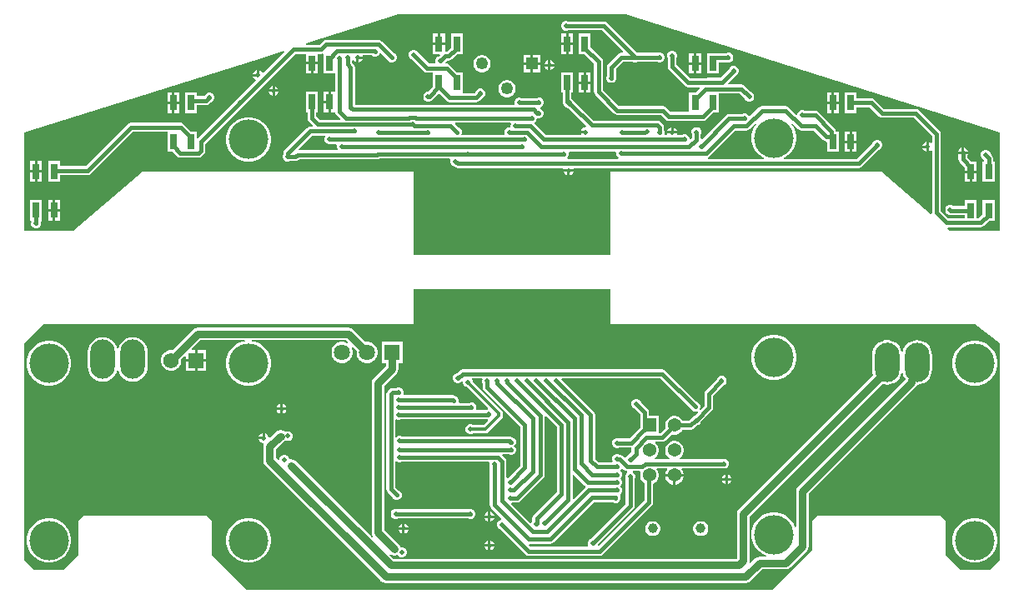
<source format=gbl>
G04*
G04 #@! TF.GenerationSoftware,Altium Limited,Altium Designer,23.10.1 (27)*
G04*
G04 Layer_Physical_Order=2*
G04 Layer_Color=16711680*
%FSLAX44Y44*%
%MOMM*%
G71*
G04*
G04 #@! TF.SameCoordinates,E985FA8A-299A-4084-AA3F-4317102C53E2*
G04*
G04*
G04 #@! TF.FilePolarity,Positive*
G04*
G01*
G75*
%ADD48C,1.5700*%
%ADD49R,1.5700X1.5700*%
%ADD59C,0.3810*%
%ADD60C,0.7620*%
%ADD62C,0.3048*%
%ADD63C,1.6350*%
%ADD64R,1.6350X1.6350*%
%ADD65C,4.0000*%
%ADD66O,2.5000X4.0000*%
%ADD67R,1.2500X1.2500*%
%ADD68C,1.2500*%
%ADD69C,1.3700*%
%ADD70R,1.3700X1.3700*%
%ADD71C,1.0070*%
%ADD72C,0.5000*%
%ADD73R,0.6900X1.5700*%
G36*
X1330000Y850000D02*
Y750000D01*
X1280000D01*
X1277436Y752198D01*
X1277906Y753468D01*
X1311150D01*
X1312884Y753813D01*
X1314355Y754795D01*
X1319419Y759860D01*
X1324990D01*
Y780640D01*
X1313010D01*
Y766269D01*
X1309273Y762532D01*
X1306990D01*
Y780640D01*
X1295010D01*
Y774782D01*
X1283346D01*
X1282855Y775273D01*
X1281003Y776040D01*
X1278997D01*
X1277145Y775273D01*
X1275727Y773855D01*
X1274960Y772002D01*
Y769997D01*
X1275727Y768145D01*
X1277145Y766727D01*
X1278997Y765960D01*
X1279533D01*
X1280750Y765718D01*
X1280750Y765718D01*
X1295010D01*
Y762532D01*
X1277877D01*
X1270532Y769877D01*
Y848000D01*
X1270187Y849734D01*
X1269205Y851205D01*
X1248205Y872205D01*
X1246734Y873187D01*
X1245000Y873532D01*
X1212877D01*
X1203455Y882955D01*
X1201984Y883937D01*
X1200250Y884282D01*
X1184990D01*
Y890140D01*
X1173010D01*
Y869360D01*
X1184990D01*
Y875218D01*
X1198373D01*
X1207795Y865795D01*
X1209266Y864813D01*
X1211000Y864468D01*
X1243123D01*
X1261468Y846123D01*
Y839456D01*
X1260198Y838930D01*
X1259855Y839273D01*
X1258270Y839929D01*
Y835000D01*
Y830071D01*
X1259855Y830727D01*
X1260198Y831070D01*
X1261468Y830544D01*
Y768000D01*
X1261574Y767466D01*
X1260414Y766788D01*
X1210000Y810000D01*
X935000D01*
Y725000D01*
X735000D01*
Y810000D01*
X460000D01*
X390000Y750000D01*
X340000D01*
Y850000D01*
X572500Y922500D01*
X603246Y932401D01*
X603908Y931318D01*
X582754Y910164D01*
X581509Y910411D01*
X581362Y910766D01*
X579944Y912184D01*
X578359Y912840D01*
Y907911D01*
X577089D01*
Y906641D01*
X572160D01*
X572817Y905056D01*
X574234Y903638D01*
X574589Y903491D01*
X574836Y902246D01*
X557371Y884781D01*
X556145Y884273D01*
X554727Y882855D01*
X554219Y881629D01*
X516260Y843669D01*
X514990Y844195D01*
Y850640D01*
X509419D01*
X501855Y858205D01*
X500384Y859187D01*
X498650Y859532D01*
X448000D01*
X446266Y859187D01*
X444795Y858205D01*
X402123Y815532D01*
X375990D01*
Y820390D01*
X364010D01*
Y799610D01*
X375990D01*
Y806468D01*
X404000D01*
X405734Y806813D01*
X407205Y807795D01*
X449877Y850468D01*
X485010D01*
Y829860D01*
X490581D01*
X495067Y825374D01*
X496538Y824391D01*
X498272Y824046D01*
X498272Y824046D01*
X503515D01*
X503932Y823963D01*
X503933Y823963D01*
X516768D01*
X518503Y824308D01*
X519973Y825290D01*
X522205Y827522D01*
X523187Y828992D01*
X523532Y830727D01*
Y838123D01*
X560629Y875219D01*
X561855Y875727D01*
X563273Y877145D01*
X563781Y878371D01*
X614877Y929468D01*
X626010D01*
Y921270D01*
X632000D01*
X637990D01*
Y929468D01*
X641000D01*
X642734Y929813D01*
X642740Y929817D01*
X644010Y929138D01*
Y909610D01*
X655468D01*
Y890890D01*
X651270D01*
Y880500D01*
Y870110D01*
X655631D01*
X655813Y869197D01*
X656795Y867727D01*
X660817Y863705D01*
X660331Y862532D01*
X640109D01*
X636532Y866109D01*
Y870110D01*
X637990D01*
Y890890D01*
X626010D01*
Y870110D01*
X627468D01*
Y864232D01*
X627813Y862497D01*
X628795Y861027D01*
X633117Y856705D01*
X632631Y855532D01*
X630000D01*
X630000Y855532D01*
X628266Y855187D01*
X626795Y854205D01*
X626795Y854205D01*
X604023Y831432D01*
X603041Y829962D01*
X602696Y828228D01*
Y827778D01*
X601960Y826003D01*
Y823997D01*
X602727Y822145D01*
X604145Y820727D01*
X605998Y819960D01*
X608003D01*
X609458Y820563D01*
X615215D01*
X616949Y820908D01*
X618420Y821890D01*
X618997Y822468D01*
X698136D01*
X699871Y822813D01*
X700103Y822968D01*
X771899D01*
X772748Y821698D01*
X772460Y821003D01*
Y818997D01*
X773227Y817145D01*
X774645Y815727D01*
X776421Y814992D01*
X776617Y814795D01*
X776617Y814795D01*
X778088Y813813D01*
X779822Y813468D01*
X779822Y813468D01*
X886901D01*
X887607Y812412D01*
X887571Y812325D01*
X897429D01*
X897393Y812412D01*
X898099Y813468D01*
X1187000D01*
X1188734Y813813D01*
X1190205Y814795D01*
X1207629Y832219D01*
X1208855Y832727D01*
X1210273Y834145D01*
X1211040Y835997D01*
Y838002D01*
X1210273Y839855D01*
X1208855Y841273D01*
X1207002Y842040D01*
X1204997D01*
X1203145Y841273D01*
X1201727Y839855D01*
X1201219Y838629D01*
X1185123Y822532D01*
X1111327D01*
X1111079Y823778D01*
X1111677Y824025D01*
X1115368Y826492D01*
X1118508Y829632D01*
X1120975Y833323D01*
X1122674Y837425D01*
X1123540Y841780D01*
Y846220D01*
X1122674Y850575D01*
X1120975Y854677D01*
X1118673Y858122D01*
X1119659Y858932D01*
X1125795Y852795D01*
X1125795Y852795D01*
X1127266Y851813D01*
X1129000Y851468D01*
X1141123D01*
X1150862Y841729D01*
X1150862Y841729D01*
X1152333Y840746D01*
X1154067Y840401D01*
X1155010Y839620D01*
Y829860D01*
X1166990D01*
Y850640D01*
X1163968D01*
X1163642Y852279D01*
X1162660Y853750D01*
X1162660Y853750D01*
X1146205Y870205D01*
X1144734Y871187D01*
X1143000Y871532D01*
X1132229D01*
X1131003Y872040D01*
X1128997D01*
X1127145Y871273D01*
X1125727Y869855D01*
X1125031Y868174D01*
X1123787Y867623D01*
X1116205Y875205D01*
X1114734Y876187D01*
X1113000Y876532D01*
X1089000D01*
X1087266Y876187D01*
X1085795Y875205D01*
X1085795Y875205D01*
X1076733Y866143D01*
X1075488Y866391D01*
X1075273Y866910D01*
X1073855Y868328D01*
X1072002Y869095D01*
X1069997D01*
X1068771Y868587D01*
X1055500D01*
X1053766Y868242D01*
X1052295Y867260D01*
X1052295Y867260D01*
X1028074Y843039D01*
X1026804Y843565D01*
Y847222D01*
X1027540Y848997D01*
Y851003D01*
X1026773Y852855D01*
X1025355Y854273D01*
X1023503Y855040D01*
X1021497D01*
X1019645Y854273D01*
X1018227Y852855D01*
X1017460Y851003D01*
Y848997D01*
X1017740Y848321D01*
Y844150D01*
X1016310Y842719D01*
X1015040Y843245D01*
Y843503D01*
X1014273Y845355D01*
X1012855Y846773D01*
X1011003Y847540D01*
X1008997D01*
X1007771Y847032D01*
X1003193D01*
X1002488Y848088D01*
X1002629Y848430D01*
X992771D01*
X992913Y848088D01*
X992207Y847032D01*
X990601D01*
X989752Y848302D01*
X990040Y848997D01*
Y851003D01*
X989532Y852229D01*
Y854768D01*
X989187Y856503D01*
X988205Y857973D01*
X985973Y860205D01*
X984502Y861187D01*
X982768Y861532D01*
X917877D01*
X897432Y881977D01*
X896900Y882333D01*
X896544Y882866D01*
X895532Y883877D01*
Y889860D01*
X896990D01*
Y910640D01*
X885010D01*
Y889860D01*
X886468D01*
Y882000D01*
X886535Y881661D01*
X886468Y881322D01*
X886813Y879588D01*
X887795Y878117D01*
X887992Y877921D01*
X888727Y876145D01*
X890145Y874727D01*
X891998Y873960D01*
X892631D01*
X910281Y856310D01*
X909755Y855040D01*
X908997D01*
X907145Y854273D01*
X905727Y852855D01*
X905071Y851270D01*
X910000D01*
Y848730D01*
X905071D01*
X905248Y848302D01*
X904399Y847032D01*
X869377D01*
X857660Y858749D01*
X857855Y859727D01*
X859273Y861145D01*
X860040Y862998D01*
Y863412D01*
X860943Y864015D01*
X862947D01*
X864800Y864782D01*
X866218Y866200D01*
X866985Y868053D01*
Y870058D01*
X866218Y871910D01*
X864800Y873328D01*
X863714Y873778D01*
X863700Y873857D01*
X863840Y875100D01*
X865355Y875727D01*
X866773Y877145D01*
X867540Y878997D01*
Y881003D01*
X866773Y882855D01*
X865355Y884273D01*
X863503Y885040D01*
X861497D01*
X860271Y884532D01*
X844729D01*
X843503Y885040D01*
X841497D01*
X839645Y884273D01*
X838227Y882855D01*
X837460Y881003D01*
Y878997D01*
X837630Y878588D01*
X836924Y877532D01*
X675532D01*
Y915880D01*
X675187Y917614D01*
X674205Y919085D01*
X672760Y920530D01*
Y922579D01*
X673986Y922842D01*
X674030Y922843D01*
X675440Y921432D01*
X677025Y920776D01*
Y925705D01*
X678295D01*
Y926975D01*
X683224D01*
X683188Y927062D01*
X683894Y928118D01*
X692754D01*
X693145Y927727D01*
X694997Y926960D01*
X697002D01*
X698855Y927727D01*
X700273Y929145D01*
X700676Y930119D01*
X702174Y930417D01*
X708219Y924371D01*
X708727Y923145D01*
X710145Y921727D01*
X711998Y920960D01*
X714003D01*
X715855Y921727D01*
X717273Y923145D01*
X718040Y924997D01*
Y927002D01*
X717273Y928855D01*
X715855Y930273D01*
X714629Y930781D01*
X703205Y942205D01*
X701734Y943187D01*
X700000Y943532D01*
X646000D01*
X646000Y943532D01*
X644266Y943187D01*
X642795Y942205D01*
X639123Y938532D01*
X626377D01*
X626180Y939787D01*
X720000Y970000D01*
X950000D01*
X1330000Y850000D01*
D02*
G37*
G36*
X833960Y858198D02*
X833610Y857353D01*
Y856213D01*
X833529Y855326D01*
X832437Y855040D01*
X831497D01*
X829645Y854273D01*
X828227Y852855D01*
X827460Y851003D01*
Y848997D01*
X827748Y848302D01*
X826899Y847032D01*
X784601D01*
X783752Y848302D01*
X784040Y848997D01*
Y851003D01*
X783273Y852855D01*
X781855Y854273D01*
X780629Y854781D01*
X777115Y858295D01*
X777601Y859468D01*
X833112D01*
X833960Y858198D01*
D02*
G37*
G36*
X645662Y845198D02*
X644960Y843503D01*
Y841497D01*
X645727Y839645D01*
X647145Y838227D01*
X648997Y837460D01*
X651003D01*
X652229Y837968D01*
X656565D01*
X657271Y836912D01*
X657060Y836403D01*
Y834398D01*
X657721Y832802D01*
X657181Y831532D01*
X618737D01*
X618211Y832802D01*
X631877Y846468D01*
X645181D01*
X645662Y845198D01*
D02*
G37*
G36*
X1083327Y858122D02*
X1081025Y854677D01*
X1079326Y850575D01*
X1078460Y846220D01*
Y841780D01*
X1079326Y837425D01*
X1081025Y833323D01*
X1083492Y829632D01*
X1086632Y826492D01*
X1090323Y824025D01*
X1090921Y823778D01*
X1090674Y822532D01*
X1033805D01*
X1033680Y823802D01*
X1033734Y823813D01*
X1035205Y824795D01*
X1061877Y851468D01*
X1073000D01*
X1074734Y851813D01*
X1076205Y852795D01*
X1082341Y858932D01*
X1083327Y858122D01*
D02*
G37*
G36*
X941130Y829412D02*
X940960Y829003D01*
Y826998D01*
X941727Y825145D01*
X943070Y823802D01*
X943040Y823437D01*
X942712Y822532D01*
X891456D01*
X890930Y823802D01*
X891773Y824645D01*
X892540Y826497D01*
Y828503D01*
X892252Y829198D01*
X893101Y830468D01*
X940424D01*
X941130Y829412D01*
D02*
G37*
G36*
X935000Y655000D02*
X1305000D01*
X1330000Y635000D01*
Y415000D01*
X1320000Y405000D01*
X1290000D01*
X1275000Y420000D01*
Y455000D01*
X1270000Y460000D01*
X1145000D01*
X1140000Y455000D01*
Y425000D01*
X1100000Y385000D01*
X565000D01*
X530000Y420000D01*
Y455000D01*
X525000Y460000D01*
X400000D01*
X395000Y455000D01*
Y420000D01*
X380000Y405000D01*
X350000D01*
X340000Y415000D01*
Y635000D01*
X360000Y655000D01*
X735000D01*
Y690000D01*
X935000D01*
Y655000D01*
D02*
G37*
%LPC*%
G36*
X896990Y950140D02*
X892270D01*
Y941020D01*
X896990D01*
Y950140D01*
D02*
G37*
G36*
X766990D02*
X762270D01*
Y941020D01*
X766990D01*
Y950140D01*
D02*
G37*
G36*
X889730D02*
X885010D01*
Y941020D01*
X889730D01*
Y950140D01*
D02*
G37*
G36*
X759730D02*
X755010D01*
Y941020D01*
X759730D01*
Y950140D01*
D02*
G37*
G36*
X784990D02*
X773010D01*
Y935769D01*
X769104Y931863D01*
X767653D01*
X766990Y932407D01*
Y938480D01*
X761000D01*
X755010D01*
Y929360D01*
X761613D01*
X762099Y928187D01*
X760921Y927008D01*
X759145Y926273D01*
X757727Y924855D01*
X756960Y923002D01*
Y920997D01*
X757130Y920588D01*
X756424Y919532D01*
X750877D01*
X740102Y930307D01*
X739594Y931533D01*
X738177Y932951D01*
X736324Y933718D01*
X734319D01*
X732467Y932951D01*
X731049Y931533D01*
X730282Y929681D01*
Y927676D01*
X731049Y925823D01*
X732467Y924406D01*
X733693Y923898D01*
X745795Y911795D01*
X745795Y911795D01*
X747266Y910813D01*
X749000Y910468D01*
X749000Y910468D01*
X755010D01*
Y896269D01*
X749781Y891040D01*
X748997D01*
X747145Y890273D01*
X745727Y888855D01*
X744960Y887002D01*
Y884997D01*
X745727Y883145D01*
X747145Y881727D01*
X748997Y880960D01*
X751003D01*
X752855Y881727D01*
X753281Y882154D01*
X754582Y883023D01*
X761000Y889441D01*
X768645Y881795D01*
X768645Y881795D01*
X770116Y880813D01*
X771850Y880468D01*
X771850Y880468D01*
X799000D01*
X800734Y880813D01*
X802205Y881795D01*
X804629Y884219D01*
X805855Y884727D01*
X807273Y886145D01*
X808040Y887998D01*
Y890003D01*
X807273Y891855D01*
X805855Y893273D01*
X804003Y894040D01*
X801998D01*
X800145Y893273D01*
X798727Y891855D01*
X798219Y890629D01*
X797123Y889532D01*
X786124D01*
X784990Y889860D01*
Y910640D01*
X779419D01*
X771855Y918205D01*
X770384Y919187D01*
X768650Y919532D01*
X768059D01*
X767533Y920802D01*
X769530Y922799D01*
X770981D01*
X772715Y923144D01*
X774186Y924126D01*
X779419Y929360D01*
X784990D01*
Y950140D01*
D02*
G37*
G36*
X891003Y963040D02*
X888997D01*
X887145Y962273D01*
X885727Y960855D01*
X884960Y959003D01*
Y956998D01*
X885727Y955145D01*
X887145Y953727D01*
X888997Y952960D01*
X891003D01*
X892229Y953468D01*
X926123D01*
X947885Y931705D01*
X947399Y930532D01*
X946000D01*
X946000Y930532D01*
X944266Y930187D01*
X942795Y929205D01*
X932795Y919205D01*
X931813Y917734D01*
X931468Y916000D01*
Y907229D01*
X930960Y906003D01*
Y903997D01*
X931727Y902145D01*
X933145Y900727D01*
X934997Y899960D01*
X937002D01*
X938855Y900727D01*
X940273Y902145D01*
X941040Y903997D01*
Y906003D01*
X940532Y907229D01*
Y914123D01*
X947877Y921468D01*
X957771D01*
X958997Y920960D01*
X961003D01*
X962229Y921468D01*
X982771D01*
X983997Y920960D01*
X986003D01*
X987855Y921727D01*
X989273Y923145D01*
X990040Y924997D01*
Y927002D01*
X989273Y928855D01*
X987855Y930273D01*
X986003Y931040D01*
X983997D01*
X982771Y930532D01*
X962229D01*
X961629Y930781D01*
X931205Y961205D01*
X929734Y962187D01*
X928000Y962532D01*
X892229D01*
X891003Y963040D01*
D02*
G37*
G36*
X1055798Y930528D02*
X1053793D01*
X1052567Y930020D01*
X1044990D01*
Y930140D01*
X1033010D01*
Y909360D01*
X1044990D01*
Y920956D01*
X1052567D01*
X1053793Y920448D01*
X1055798D01*
X1057651Y921216D01*
X1059068Y922633D01*
X1059836Y924486D01*
Y926491D01*
X1059068Y928343D01*
X1057651Y929761D01*
X1055798Y930528D01*
D02*
G37*
G36*
X896990Y938480D02*
X892270D01*
Y929360D01*
X896990D01*
Y938480D01*
D02*
G37*
G36*
X889730D02*
X885010D01*
Y929360D01*
X889730D01*
Y938480D01*
D02*
G37*
G36*
X1026990Y930140D02*
X1022270D01*
Y921020D01*
X1026990D01*
Y930140D01*
D02*
G37*
G36*
X1019730D02*
X1015010D01*
Y921020D01*
X1019730D01*
Y930140D01*
D02*
G37*
G36*
X864190Y928440D02*
X856670D01*
Y920920D01*
X864190D01*
Y928440D01*
D02*
G37*
G36*
X854130D02*
X846610D01*
Y920920D01*
X854130D01*
Y928440D01*
D02*
G37*
G36*
X683224Y924435D02*
X679565D01*
Y920776D01*
X681150Y921432D01*
X682568Y922850D01*
X683224Y924435D01*
D02*
G37*
G36*
X874270Y922929D02*
Y919270D01*
X877929D01*
X877273Y920855D01*
X875855Y922273D01*
X874270Y922929D01*
D02*
G37*
G36*
X871730D02*
X870145Y922273D01*
X868727Y920855D01*
X868071Y919270D01*
X871730D01*
Y922929D01*
D02*
G37*
G36*
X877929Y916730D02*
X874270D01*
Y913071D01*
X875855Y913727D01*
X877273Y915145D01*
X877929Y916730D01*
D02*
G37*
G36*
X871730D02*
X868071D01*
X868727Y915145D01*
X870145Y913727D01*
X871730Y913071D01*
Y916730D01*
D02*
G37*
G36*
X864190Y918380D02*
X856670D01*
Y910860D01*
X864190D01*
Y918380D01*
D02*
G37*
G36*
X854130D02*
X846610D01*
Y910860D01*
X854130D01*
Y918380D01*
D02*
G37*
G36*
X805757Y928440D02*
X803443D01*
X801207Y927841D01*
X799203Y926684D01*
X797566Y925047D01*
X796409Y923043D01*
X795810Y920807D01*
Y918493D01*
X796409Y916257D01*
X797566Y914253D01*
X799203Y912616D01*
X801207Y911459D01*
X803443Y910860D01*
X805757D01*
X807993Y911459D01*
X809997Y912616D01*
X811634Y914253D01*
X812791Y916257D01*
X813390Y918493D01*
Y920807D01*
X812791Y923043D01*
X811634Y925047D01*
X809997Y926684D01*
X807993Y927841D01*
X805757Y928440D01*
D02*
G37*
G36*
X637990Y918730D02*
X633270D01*
Y909610D01*
X637990D01*
Y918730D01*
D02*
G37*
G36*
X630730D02*
X626010D01*
Y909610D01*
X630730D01*
Y918730D01*
D02*
G37*
G36*
X1026990Y918480D02*
X1022270D01*
Y909360D01*
X1026990D01*
Y918480D01*
D02*
G37*
G36*
X1019730D02*
X1015010D01*
Y909360D01*
X1019730D01*
Y918480D01*
D02*
G37*
G36*
X575819Y912840D02*
X574234Y912184D01*
X572817Y910766D01*
X572160Y909181D01*
X575819D01*
Y912840D01*
D02*
G37*
G36*
X914990Y910640D02*
X910270D01*
Y901520D01*
X914990D01*
Y910640D01*
D02*
G37*
G36*
X907730D02*
X903010D01*
Y901520D01*
X907730D01*
Y910640D01*
D02*
G37*
G36*
X594270Y896929D02*
Y893270D01*
X597929D01*
X597273Y894855D01*
X595855Y896273D01*
X594270Y896929D01*
D02*
G37*
G36*
X591730D02*
X590145Y896273D01*
X588727Y894855D01*
X588071Y893270D01*
X591730D01*
Y896929D01*
D02*
G37*
G36*
X914990Y898980D02*
X910270D01*
Y889860D01*
X914990D01*
Y898980D01*
D02*
G37*
G36*
X907730D02*
X903010D01*
Y889860D01*
X907730D01*
Y898980D01*
D02*
G37*
G36*
X597929Y890730D02*
X594270D01*
Y887071D01*
X595855Y887727D01*
X597273Y889145D01*
X597929Y890730D01*
D02*
G37*
G36*
X591730D02*
X588071D01*
X588727Y889145D01*
X590145Y887727D01*
X591730Y887071D01*
Y890730D01*
D02*
G37*
G36*
X831157Y903040D02*
X828843D01*
X826607Y902441D01*
X824603Y901284D01*
X822966Y899647D01*
X821809Y897643D01*
X821210Y895407D01*
Y893093D01*
X821809Y890857D01*
X822966Y888853D01*
X824603Y887216D01*
X826607Y886059D01*
X828843Y885460D01*
X831157D01*
X833393Y886059D01*
X835397Y887216D01*
X837034Y888853D01*
X838191Y890857D01*
X838790Y893093D01*
Y895407D01*
X838191Y897643D01*
X837034Y899647D01*
X835397Y901284D01*
X833393Y902441D01*
X831157Y903040D01*
D02*
G37*
G36*
X648730Y890890D02*
X644010D01*
Y881770D01*
X648730D01*
Y890890D01*
D02*
G37*
G36*
X496990Y890140D02*
X492270D01*
Y881020D01*
X496990D01*
Y890140D01*
D02*
G37*
G36*
X1166990D02*
X1162270D01*
Y881020D01*
X1166990D01*
Y890140D01*
D02*
G37*
G36*
X1159730D02*
X1155010D01*
Y881020D01*
X1159730D01*
Y890140D01*
D02*
G37*
G36*
X489730D02*
X485010D01*
Y881020D01*
X489730D01*
Y890140D01*
D02*
G37*
G36*
X914990Y950140D02*
X903010D01*
Y929360D01*
X908581D01*
X918468Y919473D01*
Y891000D01*
X918813Y889266D01*
X919795Y887795D01*
X938795Y868795D01*
X938795Y868795D01*
X940266Y867813D01*
X942000Y867468D01*
X942000Y867468D01*
X986337D01*
X991009Y862795D01*
X992479Y861813D01*
X994214Y861468D01*
X994214Y861468D01*
X1029150D01*
X1030884Y861813D01*
X1032355Y862795D01*
X1039419Y869860D01*
X1044990D01*
Y889468D01*
X1066123D01*
X1071219Y884371D01*
X1071727Y883145D01*
X1073145Y881727D01*
X1074997Y880960D01*
X1077002D01*
X1078855Y881727D01*
X1080273Y883145D01*
X1081040Y884997D01*
Y887002D01*
X1080273Y888855D01*
X1078855Y890273D01*
X1077629Y890781D01*
X1071205Y897205D01*
X1069734Y898187D01*
X1068000Y898532D01*
X1054601D01*
X1054115Y899705D01*
X1061629Y907219D01*
X1062855Y907727D01*
X1064273Y909145D01*
X1065040Y910997D01*
Y913002D01*
X1064273Y914855D01*
X1062855Y916273D01*
X1061003Y917040D01*
X1058997D01*
X1057145Y916273D01*
X1055727Y914855D01*
X1055219Y913629D01*
X1046773Y905182D01*
X1033650D01*
X1033650Y905182D01*
X1031916Y904837D01*
X1031459Y904532D01*
X1015877D01*
X1002232Y918177D01*
Y925471D01*
X1002740Y926697D01*
Y928702D01*
X1001973Y930555D01*
X1000555Y931973D01*
X998702Y932740D01*
X996697D01*
X994845Y931973D01*
X993427Y930555D01*
X992660Y928702D01*
Y926697D01*
X993168Y925471D01*
Y916300D01*
X993513Y914566D01*
X994495Y913095D01*
X1010795Y896795D01*
X1010795Y896795D01*
X1012266Y895813D01*
X1014000Y895468D01*
X1014000Y895468D01*
X1025399D01*
X1025885Y894295D01*
X1022261Y890671D01*
X1022107Y890640D01*
X1015010D01*
Y870532D01*
X996091D01*
X991418Y875205D01*
X989948Y876187D01*
X988214Y876532D01*
X943877D01*
X927532Y892877D01*
Y921350D01*
X927532Y921350D01*
X927187Y923084D01*
X926205Y924555D01*
X926205Y924555D01*
X914990Y935769D01*
Y950140D01*
D02*
G37*
G36*
X648730Y879230D02*
X644010D01*
Y870110D01*
X648730D01*
Y879230D01*
D02*
G37*
G36*
X1166990Y878480D02*
X1162270D01*
Y869360D01*
X1166990D01*
Y878480D01*
D02*
G37*
G36*
X1159730D02*
X1155010D01*
Y869360D01*
X1159730D01*
Y878480D01*
D02*
G37*
G36*
X514990Y890140D02*
X503010D01*
Y869360D01*
X514990D01*
Y877468D01*
X524623D01*
X526357Y877813D01*
X527828Y878795D01*
X529079Y880047D01*
X530855Y880782D01*
X532273Y882200D01*
X533040Y884053D01*
Y886058D01*
X532273Y887910D01*
X530855Y889328D01*
X529002Y890095D01*
X526997D01*
X525145Y889328D01*
X523727Y887910D01*
X523447Y887234D01*
X522746Y886532D01*
X514990D01*
Y890140D01*
D02*
G37*
G36*
X496990Y878480D02*
X492270D01*
Y869360D01*
X496990D01*
Y878480D01*
D02*
G37*
G36*
X489730D02*
X485010D01*
Y869360D01*
X489730D01*
Y878480D01*
D02*
G37*
G36*
X998970Y854629D02*
Y850970D01*
X1002629D01*
X1001973Y852555D01*
X1000555Y853973D01*
X998970Y854629D01*
D02*
G37*
G36*
X996430D02*
X994845Y853973D01*
X993427Y852555D01*
X992771Y850970D01*
X996430D01*
Y854629D01*
D02*
G37*
G36*
X1184990Y850640D02*
X1180270D01*
Y841520D01*
X1184990D01*
Y850640D01*
D02*
G37*
G36*
X1177730D02*
X1173010D01*
Y841520D01*
X1177730D01*
Y850640D01*
D02*
G37*
G36*
X1255730Y839929D02*
X1254145Y839273D01*
X1252727Y837855D01*
X1252071Y836270D01*
X1255730D01*
Y839929D01*
D02*
G37*
G36*
X1294270Y833929D02*
Y830270D01*
X1297929D01*
X1297273Y831855D01*
X1295855Y833273D01*
X1294270Y833929D01*
D02*
G37*
G36*
X1291730D02*
X1290145Y833273D01*
X1288727Y831855D01*
X1288071Y830270D01*
X1291730D01*
Y833929D01*
D02*
G37*
G36*
X1255730Y833730D02*
X1252071D01*
X1252727Y832145D01*
X1254145Y830727D01*
X1255730Y830071D01*
Y833730D01*
D02*
G37*
G36*
X1184990Y838980D02*
X1180270D01*
Y829860D01*
X1184990D01*
Y838980D01*
D02*
G37*
G36*
X1177730D02*
X1173010D01*
Y829860D01*
X1177730D01*
Y838980D01*
D02*
G37*
G36*
X569720Y865040D02*
X565280D01*
X560925Y864174D01*
X556823Y862475D01*
X553132Y860008D01*
X549992Y856868D01*
X547525Y853177D01*
X545826Y849075D01*
X544960Y844720D01*
Y840280D01*
X545826Y835925D01*
X547525Y831823D01*
X549992Y828132D01*
X553132Y824992D01*
X556823Y822525D01*
X560925Y820826D01*
X565280Y819960D01*
X569720D01*
X574075Y820826D01*
X578177Y822525D01*
X581868Y824992D01*
X585008Y828132D01*
X587475Y831823D01*
X589174Y835925D01*
X590040Y840280D01*
Y844720D01*
X589174Y849075D01*
X587475Y853177D01*
X585008Y856868D01*
X581868Y860008D01*
X578177Y862475D01*
X574075Y864174D01*
X569720Y865040D01*
D02*
G37*
G36*
X357990Y820390D02*
X353270D01*
Y811270D01*
X357990D01*
Y820390D01*
D02*
G37*
G36*
X350730D02*
X346010D01*
Y811270D01*
X350730D01*
Y820390D01*
D02*
G37*
G36*
X1297929Y827730D02*
X1288071D01*
X1288468Y826771D01*
Y822150D01*
X1288813Y820416D01*
X1289795Y818945D01*
X1295010Y813731D01*
Y811020D01*
X1301000D01*
X1306990D01*
Y820140D01*
X1301419D01*
X1297532Y824027D01*
Y826771D01*
X1297929Y827730D01*
D02*
G37*
G36*
X897429Y809785D02*
X893770D01*
Y806126D01*
X895355Y806782D01*
X896773Y808200D01*
X897429Y809785D01*
D02*
G37*
G36*
X891230D02*
X887571D01*
X888227Y808200D01*
X889645Y806782D01*
X891230Y806126D01*
Y809785D01*
D02*
G37*
G36*
X357990Y808730D02*
X353270D01*
Y799610D01*
X357990D01*
Y808730D01*
D02*
G37*
G36*
X350730D02*
X346010D01*
Y799610D01*
X350730D01*
Y808730D01*
D02*
G37*
G36*
X1317003Y832040D02*
X1314998D01*
X1313145Y831273D01*
X1311727Y829855D01*
X1310960Y828002D01*
Y825997D01*
X1311727Y824145D01*
X1313145Y822727D01*
X1313822Y822447D01*
X1314468Y821801D01*
Y820140D01*
X1313010D01*
Y799360D01*
X1324990D01*
Y820140D01*
X1323532D01*
Y823678D01*
X1323532Y823678D01*
X1323187Y825412D01*
X1322205Y826883D01*
X1322205Y826883D01*
X1321008Y828079D01*
X1320273Y829855D01*
X1318855Y831273D01*
X1317003Y832040D01*
D02*
G37*
G36*
X1306990Y808480D02*
X1302270D01*
Y799360D01*
X1306990D01*
Y808480D01*
D02*
G37*
G36*
X1299730D02*
X1295010D01*
Y799360D01*
X1299730D01*
Y808480D01*
D02*
G37*
G36*
X375990Y780890D02*
X371270D01*
Y771770D01*
X375990D01*
Y780890D01*
D02*
G37*
G36*
X368730D02*
X364010D01*
Y771770D01*
X368730D01*
Y780890D01*
D02*
G37*
G36*
X375990Y769230D02*
X371270D01*
Y760110D01*
X375990D01*
Y769230D01*
D02*
G37*
G36*
X368730D02*
X364010D01*
Y760110D01*
X368730D01*
Y769230D01*
D02*
G37*
G36*
X357990Y780890D02*
X346010D01*
Y760110D01*
X346690D01*
X347307Y758840D01*
X346960Y758002D01*
Y755997D01*
X347727Y754145D01*
X349145Y752727D01*
X350998Y751960D01*
X353003D01*
X354855Y752727D01*
X356273Y754145D01*
X357040Y755997D01*
Y758002D01*
X356693Y758840D01*
X357310Y760110D01*
X357990D01*
Y780890D01*
D02*
G37*
G36*
X1216000Y639177D02*
X1215490Y639076D01*
X1214970Y639095D01*
X1214263Y638832D01*
X1213522Y638685D01*
X1213090Y638396D01*
X1212602Y638214D01*
X1212557Y638172D01*
X1210217Y637462D01*
X1207604Y636066D01*
X1205314Y634186D01*
X1203434Y631896D01*
X1202038Y629283D01*
X1201178Y626448D01*
X1200887Y623500D01*
Y608500D01*
X1201178Y605552D01*
X1201927Y603083D01*
X1065422Y466578D01*
X1064018Y464478D01*
X1063526Y462000D01*
Y417146D01*
X1062855Y416474D01*
X714682D01*
X710939Y420217D01*
X711749Y421204D01*
X713522Y420018D01*
X716000Y419526D01*
X718478Y420018D01*
X718686Y420158D01*
X718727Y420145D01*
X720145Y418727D01*
X721998Y417960D01*
X724003D01*
X725855Y418727D01*
X727273Y420145D01*
X728040Y421997D01*
Y424002D01*
X727273Y425855D01*
X725855Y427273D01*
X724003Y428040D01*
X722069D01*
X721982Y428478D01*
X720578Y430578D01*
X705474Y445682D01*
Y592318D01*
X717978Y604822D01*
X719382Y606922D01*
X719874Y609400D01*
Y615285D01*
X724115D01*
Y636715D01*
X702685D01*
Y615285D01*
X706926D01*
Y612082D01*
X694422Y599578D01*
X693018Y597478D01*
X692526Y595000D01*
Y443000D01*
X693018Y440522D01*
X694204Y438749D01*
X693217Y437939D01*
X615453Y515703D01*
X613353Y517107D01*
X610875Y517599D01*
X609793Y517384D01*
X609040Y518003D01*
X608273Y519855D01*
X606855Y521273D01*
X605003Y522040D01*
X602998D01*
X601145Y521273D01*
X599727Y519855D01*
X598960Y518003D01*
Y516992D01*
X597690Y516466D01*
X595474Y518682D01*
Y527318D01*
X603321Y535165D01*
X604828Y536172D01*
X604971Y536385D01*
X605998Y535960D01*
X608003D01*
X609855Y536727D01*
X611273Y538145D01*
X612040Y539997D01*
Y542002D01*
X611273Y543855D01*
X609855Y545273D01*
X608003Y546040D01*
X605998D01*
X604618Y545469D01*
X602728Y546732D01*
X600250Y547224D01*
X599750D01*
X597272Y546732D01*
X595172Y545328D01*
X589213Y539370D01*
X588040Y539856D01*
Y540003D01*
X587273Y541855D01*
X585855Y543273D01*
X584270Y543929D01*
Y539000D01*
X583000D01*
Y537730D01*
X578071D01*
X578727Y536145D01*
X580145Y534727D01*
X581997Y533960D01*
X582481D01*
X583160Y532690D01*
X583018Y532478D01*
X582526Y530000D01*
Y516000D01*
X583018Y513522D01*
X584422Y511422D01*
X702422Y393422D01*
X704522Y392018D01*
X707000Y391526D01*
X1072368D01*
X1074846Y392018D01*
X1076946Y393422D01*
X1089050Y405526D01*
X1113000D01*
X1115478Y406018D01*
X1117578Y407422D01*
X1134578Y424422D01*
X1135982Y426522D01*
X1136474Y429000D01*
Y482318D01*
X1245267Y591111D01*
X1246671Y593211D01*
X1246710Y593410D01*
X1249428Y593678D01*
X1252263Y594538D01*
X1254876Y595934D01*
X1257166Y597814D01*
X1259046Y600104D01*
X1260442Y602717D01*
X1261302Y605552D01*
X1261593Y608500D01*
Y623500D01*
X1261302Y626448D01*
X1260442Y629283D01*
X1259046Y631896D01*
X1257166Y634186D01*
X1254876Y636066D01*
X1252263Y637462D01*
X1249428Y638322D01*
X1246480Y638613D01*
X1243532Y638322D01*
X1240697Y637462D01*
X1238084Y636066D01*
X1235794Y634186D01*
X1233914Y631896D01*
X1232518Y629283D01*
X1231904Y627259D01*
X1230576D01*
X1229962Y629283D01*
X1228566Y631896D01*
X1226686Y634186D01*
X1224396Y636066D01*
X1221783Y637462D01*
X1219079Y638283D01*
X1218478Y638685D01*
X1217968Y638786D01*
X1217495Y639002D01*
X1216740Y639030D01*
X1216000Y639177D01*
D02*
G37*
G36*
X669000Y651474D02*
X516000D01*
X513522Y650982D01*
X511422Y649578D01*
X490234Y628390D01*
X487632D01*
X484990Y627682D01*
X482620Y626314D01*
X480686Y624380D01*
X479318Y622010D01*
X478610Y619368D01*
Y616632D01*
X479318Y613990D01*
X480686Y611620D01*
X482620Y609686D01*
X484990Y608318D01*
X487632Y607610D01*
X490368D01*
X493010Y608318D01*
X495380Y609686D01*
X497314Y611620D01*
X498682Y613990D01*
X499390Y616632D01*
Y619234D01*
X502837Y622681D01*
X504010Y622195D01*
Y619270D01*
X513130D01*
Y628390D01*
X510206D01*
X509720Y629563D01*
X518682Y638526D01*
X563725D01*
X563850Y637256D01*
X560925Y636674D01*
X556823Y634975D01*
X553132Y632508D01*
X549992Y629368D01*
X547525Y625677D01*
X545826Y621575D01*
X544960Y617220D01*
Y612780D01*
X545826Y608425D01*
X547525Y604323D01*
X549992Y600632D01*
X553132Y597492D01*
X556823Y595025D01*
X560925Y593326D01*
X565280Y592460D01*
X569720D01*
X574075Y593326D01*
X578177Y595025D01*
X581868Y597492D01*
X585008Y600632D01*
X587475Y604323D01*
X589174Y608425D01*
X590040Y612780D01*
Y617220D01*
X589174Y621575D01*
X587475Y625677D01*
X585008Y629368D01*
X581868Y632508D01*
X578177Y634975D01*
X574075Y636674D01*
X571150Y637256D01*
X571275Y638526D01*
X666318D01*
X668290Y636554D01*
X667510Y635538D01*
X666736Y635985D01*
X664011Y636715D01*
X661189D01*
X658464Y635985D01*
X656021Y634574D01*
X654026Y632579D01*
X652615Y630136D01*
X651885Y627411D01*
Y624589D01*
X652615Y621864D01*
X654026Y619421D01*
X656021Y617426D01*
X658464Y616015D01*
X661189Y615285D01*
X664011D01*
X666736Y616015D01*
X669179Y617426D01*
X671174Y619421D01*
X672585Y621864D01*
X673315Y624589D01*
Y627411D01*
X672585Y630136D01*
X672138Y630910D01*
X673154Y631690D01*
X677316Y627528D01*
X677285Y627411D01*
Y624589D01*
X678015Y621864D01*
X679426Y619421D01*
X681421Y617426D01*
X683864Y616015D01*
X686589Y615285D01*
X689411D01*
X692136Y616015D01*
X694579Y617426D01*
X696574Y619421D01*
X697985Y621864D01*
X698715Y624589D01*
Y627411D01*
X697985Y630136D01*
X696574Y632579D01*
X694579Y634574D01*
X692136Y635985D01*
X689411Y636715D01*
X686589D01*
X686472Y636684D01*
X673578Y649578D01*
X671478Y650982D01*
X669000Y651474D01*
D02*
G37*
G36*
X450000Y641613D02*
X447052Y641322D01*
X444217Y640462D01*
X441604Y639066D01*
X439314Y637186D01*
X437434Y634896D01*
X436038Y632283D01*
X435424Y630259D01*
X434096D01*
X433482Y632283D01*
X432086Y634896D01*
X430206Y637186D01*
X427916Y639066D01*
X425303Y640462D01*
X422468Y641322D01*
X419520Y641613D01*
X416572Y641322D01*
X413737Y640462D01*
X411124Y639066D01*
X408834Y637186D01*
X406954Y634896D01*
X405558Y632283D01*
X404698Y629448D01*
X404407Y626500D01*
Y611500D01*
X404698Y608552D01*
X405558Y605717D01*
X406954Y603104D01*
X408834Y600814D01*
X411124Y598934D01*
X413737Y597538D01*
X416572Y596678D01*
X419520Y596387D01*
X422468Y596678D01*
X425303Y597538D01*
X427916Y598934D01*
X430206Y600814D01*
X432086Y603104D01*
X433482Y605717D01*
X434096Y607741D01*
X435424D01*
X436038Y605717D01*
X437434Y603104D01*
X439314Y600814D01*
X441604Y598934D01*
X444217Y597538D01*
X447052Y596678D01*
X450000Y596387D01*
X452948Y596678D01*
X455783Y597538D01*
X458396Y598934D01*
X460686Y600814D01*
X462566Y603104D01*
X463962Y605717D01*
X464822Y608552D01*
X465113Y611500D01*
Y626500D01*
X464822Y629448D01*
X463962Y632283D01*
X462566Y634896D01*
X460686Y637186D01*
X458396Y639066D01*
X455783Y640462D01*
X452948Y641322D01*
X450000Y641613D01*
D02*
G37*
G36*
X524790Y628390D02*
X515670D01*
Y619270D01*
X524790D01*
Y628390D01*
D02*
G37*
G36*
Y616730D02*
X515670D01*
Y607610D01*
X524790D01*
Y616730D01*
D02*
G37*
G36*
X513130D02*
X504010D01*
Y607610D01*
X513130D01*
Y616730D01*
D02*
G37*
G36*
X1103220Y643540D02*
X1098780D01*
X1094425Y642674D01*
X1090323Y640975D01*
X1086632Y638508D01*
X1083492Y635368D01*
X1081025Y631677D01*
X1079326Y627575D01*
X1078460Y623220D01*
Y618780D01*
X1079326Y614425D01*
X1081025Y610323D01*
X1083492Y606632D01*
X1086632Y603492D01*
X1090323Y601025D01*
X1094425Y599326D01*
X1098780Y598460D01*
X1103220D01*
X1107575Y599326D01*
X1111677Y601025D01*
X1115368Y603492D01*
X1118508Y606632D01*
X1120975Y610323D01*
X1122674Y614425D01*
X1123540Y618780D01*
Y623220D01*
X1122674Y627575D01*
X1120975Y631677D01*
X1118508Y635368D01*
X1115368Y638508D01*
X1111677Y640975D01*
X1107575Y642674D01*
X1103220Y643540D01*
D02*
G37*
G36*
X1307220Y637540D02*
X1302780D01*
X1298425Y636674D01*
X1294323Y634975D01*
X1290632Y632508D01*
X1287492Y629368D01*
X1285025Y625677D01*
X1283326Y621575D01*
X1282460Y617220D01*
Y612780D01*
X1283326Y608425D01*
X1285025Y604323D01*
X1287492Y600632D01*
X1290632Y597492D01*
X1294323Y595025D01*
X1298425Y593326D01*
X1302780Y592460D01*
X1307220D01*
X1311575Y593326D01*
X1315677Y595025D01*
X1319368Y597492D01*
X1322508Y600632D01*
X1324975Y604323D01*
X1326674Y608425D01*
X1327540Y612780D01*
Y617220D01*
X1326674Y621575D01*
X1324975Y625677D01*
X1322508Y629368D01*
X1319368Y632508D01*
X1315677Y634975D01*
X1311575Y636674D01*
X1307220Y637540D01*
D02*
G37*
G36*
X367220D02*
X362780D01*
X358425Y636674D01*
X354323Y634975D01*
X350632Y632508D01*
X347492Y629368D01*
X345025Y625677D01*
X343326Y621575D01*
X342460Y617220D01*
Y612780D01*
X343326Y608425D01*
X345025Y604323D01*
X347492Y600632D01*
X350632Y597492D01*
X354323Y595025D01*
X358425Y593326D01*
X362780Y592460D01*
X367220D01*
X371575Y593326D01*
X375677Y595025D01*
X379368Y597492D01*
X382508Y600632D01*
X384975Y604323D01*
X386674Y608425D01*
X387540Y612780D01*
Y617220D01*
X386674Y621575D01*
X384975Y625677D01*
X382508Y629368D01*
X379368Y632508D01*
X375677Y634975D01*
X371575Y636674D01*
X367220Y637540D01*
D02*
G37*
G36*
X602270Y573826D02*
Y570167D01*
X605929D01*
X605273Y571752D01*
X603855Y573170D01*
X602270Y573826D01*
D02*
G37*
G36*
X599730D02*
X598145Y573170D01*
X596727Y571752D01*
X596071Y570167D01*
X599730D01*
Y573826D01*
D02*
G37*
G36*
X987555Y608977D02*
X784767D01*
X783033Y608632D01*
X781562Y607650D01*
X781562Y607650D01*
X778921Y605008D01*
X777145Y604273D01*
X775727Y602855D01*
X774960Y601003D01*
Y598997D01*
X775727Y597145D01*
X777145Y595727D01*
X778997Y594960D01*
X781003D01*
X782855Y595727D01*
X783690Y596562D01*
X784960Y596036D01*
Y594997D01*
X785727Y593145D01*
X787145Y591727D01*
X788997Y590960D01*
X789180D01*
X810830Y569310D01*
X810304Y568040D01*
X809997D01*
X808521Y567429D01*
X799533D01*
X798828Y568484D01*
X799040Y568997D01*
Y571003D01*
X798273Y572855D01*
X796855Y574273D01*
X795003Y575040D01*
X792998D01*
X792173Y574698D01*
X781599D01*
X780893Y575755D01*
X781040Y576109D01*
Y578114D01*
X780273Y579966D01*
X778855Y581384D01*
X777002Y582151D01*
X776577D01*
X776524Y582187D01*
X774789Y582532D01*
X725584D01*
X724735Y583802D01*
X725040Y584537D01*
Y586543D01*
X724273Y588395D01*
X722855Y589813D01*
X721003Y590580D01*
X718997D01*
X717771Y590072D01*
X714232D01*
X712497Y589727D01*
X711027Y588745D01*
X708795Y586513D01*
X707813Y585042D01*
X707468Y583308D01*
Y487000D01*
X707813Y485266D01*
X708795Y483795D01*
X713219Y479371D01*
X713727Y478145D01*
X715145Y476727D01*
X716998Y475960D01*
X719003D01*
X720855Y476727D01*
X722273Y478145D01*
X723040Y479997D01*
Y482002D01*
X722273Y483855D01*
X720855Y485273D01*
X719629Y485781D01*
X716532Y488877D01*
Y515004D01*
X717802Y515530D01*
X718145Y515187D01*
X719997Y514420D01*
X722002D01*
X723229Y514928D01*
X811401D01*
X812107Y513872D01*
X811960Y513517D01*
Y511512D01*
X812468Y510286D01*
Y471000D01*
X812813Y469266D01*
X813795Y467795D01*
X824377Y457213D01*
X823826Y455969D01*
X822145Y455273D01*
X820727Y453855D01*
X819960Y452002D01*
Y449997D01*
X820727Y448145D01*
X822145Y446727D01*
X823371Y446219D01*
X848795Y420795D01*
X848795Y420795D01*
X850266Y419813D01*
X852000Y419468D01*
X852000Y419468D01*
X924350D01*
X926084Y419813D01*
X927555Y420795D01*
X977205Y470445D01*
X978187Y471916D01*
X978532Y473650D01*
Y492627D01*
X980366Y493686D01*
X982114Y495434D01*
X983350Y497576D01*
X983990Y499964D01*
Y502436D01*
X983350Y504824D01*
X982114Y506966D01*
X981785Y507295D01*
X982271Y508468D01*
X992329D01*
X992815Y507295D01*
X992486Y506966D01*
X991250Y504824D01*
X990619Y502470D01*
X1000000D01*
X1009381D01*
X1008750Y504824D01*
X1007514Y506966D01*
X1007185Y507295D01*
X1007671Y508468D01*
X1047771D01*
X1048997Y507960D01*
X1051003D01*
X1052855Y508727D01*
X1054273Y510145D01*
X1055040Y511997D01*
Y514002D01*
X1054273Y515855D01*
X1052855Y517273D01*
X1051003Y518040D01*
X1048997D01*
X1047771Y517532D01*
X1005614D01*
X1005274Y518802D01*
X1005766Y519086D01*
X1007514Y520834D01*
X1008750Y522976D01*
X1009390Y525364D01*
Y527836D01*
X1008750Y530224D01*
X1007514Y532366D01*
X1005766Y534114D01*
X1003624Y535350D01*
X1001236Y535990D01*
X998764D01*
X996376Y535350D01*
X994234Y534114D01*
X992486Y532366D01*
X991250Y530224D01*
X990610Y527836D01*
Y525364D01*
X991250Y522976D01*
X992486Y520834D01*
X994234Y519086D01*
X994726Y518802D01*
X994386Y517532D01*
X980214D01*
X979874Y518802D01*
X980366Y519086D01*
X982114Y520834D01*
X983350Y522976D01*
X983990Y525364D01*
Y527836D01*
X983350Y530224D01*
X982114Y532366D01*
X980671Y533809D01*
X981103Y535079D01*
X987611D01*
X989345Y535424D01*
X990815Y536406D01*
X997388Y542979D01*
X998764Y542610D01*
X1001236D01*
X1003624Y543250D01*
X1005766Y544486D01*
X1007514Y546234D01*
X1008226Y547468D01*
X1016678D01*
X1018412Y547813D01*
X1019883Y548795D01*
X1023079Y551992D01*
X1024855Y552727D01*
X1026273Y554145D01*
X1026781Y555371D01*
X1038205Y566795D01*
X1039187Y568266D01*
X1039532Y570000D01*
Y582123D01*
X1049629Y592219D01*
X1050855Y592727D01*
X1052273Y594145D01*
X1053040Y595998D01*
Y598003D01*
X1052273Y599855D01*
X1050855Y601273D01*
X1049003Y602040D01*
X1046998D01*
X1045145Y601273D01*
X1043727Y599855D01*
X1043219Y598629D01*
X1031795Y587205D01*
X1030813Y585734D01*
X1030468Y584000D01*
Y571877D01*
X1026585Y567994D01*
X1025508Y568714D01*
X1026040Y569997D01*
Y572002D01*
X1025273Y573855D01*
X1023855Y575273D01*
X1022629Y575781D01*
X990760Y607650D01*
X989289Y608632D01*
X987555Y608977D01*
D02*
G37*
G36*
X605929Y567627D02*
X602270D01*
Y563968D01*
X603855Y564624D01*
X605273Y566042D01*
X605929Y567627D01*
D02*
G37*
G36*
X599730D02*
X596071D01*
X596727Y566042D01*
X598145Y564624D01*
X599730Y563968D01*
Y567627D01*
D02*
G37*
G36*
X581730Y543929D02*
X580145Y543273D01*
X578727Y541855D01*
X578071Y540270D01*
X581730D01*
Y543929D01*
D02*
G37*
G36*
X1054270Y501929D02*
Y498270D01*
X1057929D01*
X1057273Y499855D01*
X1055855Y501273D01*
X1054270Y501929D01*
D02*
G37*
G36*
X1051730D02*
X1050145Y501273D01*
X1048727Y499855D01*
X1048071Y498270D01*
X1051730D01*
Y501929D01*
D02*
G37*
G36*
X1057929Y495730D02*
X1054270D01*
Y492071D01*
X1055855Y492727D01*
X1057273Y494145D01*
X1057929Y495730D01*
D02*
G37*
G36*
X1051730D02*
X1048071D01*
X1048727Y494145D01*
X1050145Y492727D01*
X1051730Y492071D01*
Y495730D01*
D02*
G37*
G36*
X998730Y499930D02*
X990619D01*
X991250Y497576D01*
X992486Y495434D01*
X994234Y493686D01*
X996376Y492450D01*
X998730Y491819D01*
Y499930D01*
D02*
G37*
G36*
X1009381D02*
X1001270D01*
Y491819D01*
X1003624Y492450D01*
X1005766Y493686D01*
X1007514Y495434D01*
X1008750Y497576D01*
X1009381Y499930D01*
D02*
G37*
G36*
X794003Y467040D02*
X791998D01*
X790771Y466532D01*
X719229D01*
X718002Y467040D01*
X715997D01*
X714145Y466273D01*
X712727Y464855D01*
X711960Y463003D01*
Y460998D01*
X712727Y459145D01*
X714145Y457727D01*
X715997Y456960D01*
X718002D01*
X719229Y457468D01*
X790771D01*
X791998Y456960D01*
X794003D01*
X795855Y457727D01*
X797273Y459145D01*
X798040Y460998D01*
Y463003D01*
X797273Y464855D01*
X795855Y466273D01*
X794003Y467040D01*
D02*
G37*
G36*
X813270Y463929D02*
Y460270D01*
X816929D01*
X816273Y461855D01*
X814855Y463273D01*
X813270Y463929D01*
D02*
G37*
G36*
X810730D02*
X809145Y463273D01*
X807727Y461855D01*
X807071Y460270D01*
X810730D01*
Y463929D01*
D02*
G37*
G36*
X816929Y457730D02*
X813270D01*
Y454071D01*
X814855Y454727D01*
X816273Y456145D01*
X816929Y457730D01*
D02*
G37*
G36*
X810730D02*
X807071D01*
X807727Y456145D01*
X809145Y454727D01*
X810730Y454071D01*
Y457730D01*
D02*
G37*
G36*
X726270Y451929D02*
Y448270D01*
X729929D01*
X729273Y449855D01*
X727855Y451273D01*
X726270Y451929D01*
D02*
G37*
G36*
X723730D02*
X722145Y451273D01*
X720727Y449855D01*
X720071Y448270D01*
X723730D01*
Y451929D01*
D02*
G37*
G36*
X729929Y445730D02*
X726270D01*
Y442071D01*
X727855Y442727D01*
X729273Y444145D01*
X729929Y445730D01*
D02*
G37*
G36*
X723730D02*
X720071D01*
X720727Y444145D01*
X722145Y442727D01*
X723730Y442071D01*
Y445730D01*
D02*
G37*
G36*
X1027797Y454575D02*
X1025803D01*
X1023876Y454059D01*
X1022149Y453061D01*
X1020739Y451651D01*
X1019741Y449924D01*
X1019225Y447997D01*
Y446003D01*
X1019741Y444076D01*
X1020739Y442349D01*
X1022149Y440938D01*
X1023876Y439941D01*
X1025803Y439425D01*
X1027797D01*
X1029724Y439941D01*
X1031451Y440938D01*
X1032861Y442349D01*
X1033859Y444076D01*
X1034375Y446003D01*
Y447997D01*
X1033859Y449924D01*
X1032861Y451651D01*
X1031451Y453061D01*
X1029724Y454059D01*
X1027797Y454575D01*
D02*
G37*
G36*
X978997D02*
X977003D01*
X975076Y454059D01*
X973349Y453061D01*
X971938Y451651D01*
X970941Y449924D01*
X970425Y447997D01*
Y446003D01*
X970941Y444076D01*
X971938Y442349D01*
X973349Y440938D01*
X975076Y439941D01*
X977003Y439425D01*
X978997D01*
X980924Y439941D01*
X982651Y440938D01*
X984062Y442349D01*
X985059Y444076D01*
X985575Y446003D01*
Y447997D01*
X985059Y449924D01*
X984062Y451651D01*
X982651Y453061D01*
X980924Y454059D01*
X978997Y454575D01*
D02*
G37*
G36*
X813270Y434929D02*
Y431270D01*
X816929D01*
X816273Y432855D01*
X814855Y434273D01*
X813270Y434929D01*
D02*
G37*
G36*
X810730D02*
X809145Y434273D01*
X807727Y432855D01*
X807071Y431270D01*
X810730D01*
Y434929D01*
D02*
G37*
G36*
X816929Y428730D02*
X813270D01*
Y425071D01*
X814855Y425727D01*
X816273Y427145D01*
X816929Y428730D01*
D02*
G37*
G36*
X810730D02*
X807071D01*
X807727Y427145D01*
X809145Y425727D01*
X810730Y425071D01*
Y428730D01*
D02*
G37*
G36*
X1307220Y457540D02*
X1302780D01*
X1298425Y456674D01*
X1294323Y454975D01*
X1290632Y452508D01*
X1287492Y449368D01*
X1285025Y445677D01*
X1283326Y441575D01*
X1282460Y437220D01*
Y432780D01*
X1283326Y428425D01*
X1285025Y424323D01*
X1287492Y420632D01*
X1290632Y417492D01*
X1294323Y415025D01*
X1298425Y413326D01*
X1302780Y412460D01*
X1307220D01*
X1311575Y413326D01*
X1315677Y415025D01*
X1319368Y417492D01*
X1322508Y420632D01*
X1324975Y424323D01*
X1326674Y428425D01*
X1327540Y432780D01*
Y437220D01*
X1326674Y441575D01*
X1324975Y445677D01*
X1322508Y449368D01*
X1319368Y452508D01*
X1315677Y454975D01*
X1311575Y456674D01*
X1307220Y457540D01*
D02*
G37*
G36*
X367220D02*
X362780D01*
X358425Y456674D01*
X354323Y454975D01*
X350632Y452508D01*
X347492Y449368D01*
X345025Y445677D01*
X343326Y441575D01*
X342460Y437220D01*
Y432780D01*
X343326Y428425D01*
X345025Y424323D01*
X347492Y420632D01*
X350632Y417492D01*
X354323Y415025D01*
X358425Y413326D01*
X362780Y412460D01*
X367220D01*
X371575Y413326D01*
X375677Y415025D01*
X379368Y417492D01*
X382508Y420632D01*
X384975Y424323D01*
X386674Y428425D01*
X387540Y432780D01*
Y437220D01*
X386674Y441575D01*
X384975Y445677D01*
X382508Y449368D01*
X379368Y452508D01*
X375677Y454975D01*
X371575Y456674D01*
X367220Y457540D01*
D02*
G37*
G36*
X569720Y457540D02*
X565280D01*
X560925Y456674D01*
X556823Y454975D01*
X553132Y452508D01*
X549992Y449368D01*
X547525Y445677D01*
X545826Y441575D01*
X544960Y437220D01*
Y432780D01*
X545826Y428425D01*
X547525Y424323D01*
X549992Y420632D01*
X553132Y417492D01*
X556823Y415025D01*
X560925Y413326D01*
X565280Y412460D01*
X569720D01*
X574075Y413326D01*
X578177Y415025D01*
X581868Y417492D01*
X585008Y420632D01*
X587475Y424323D01*
X589174Y428425D01*
X590040Y432780D01*
Y437220D01*
X589174Y441575D01*
X587475Y445677D01*
X585008Y449368D01*
X581868Y452508D01*
X578177Y454975D01*
X574075Y456674D01*
X569720Y457540D01*
D02*
G37*
%LPD*%
G36*
X1232518Y602717D02*
X1233914Y600104D01*
X1234492Y599400D01*
X1234305Y598461D01*
X1125422Y489578D01*
X1124018Y487478D01*
X1123526Y485000D01*
Y448837D01*
X1122256Y448584D01*
X1120975Y451677D01*
X1118508Y455368D01*
X1115368Y458508D01*
X1111677Y460975D01*
X1107575Y462674D01*
X1103220Y463540D01*
X1098780D01*
X1094425Y462674D01*
X1090323Y460975D01*
X1086632Y458508D01*
X1083492Y455368D01*
X1081025Y451677D01*
X1079326Y447575D01*
X1078460Y443220D01*
Y438780D01*
X1079326Y434425D01*
X1081025Y430323D01*
X1083492Y426632D01*
X1086632Y423492D01*
X1090323Y421025D01*
X1093416Y419744D01*
X1093163Y418474D01*
X1086368D01*
X1083891Y417982D01*
X1081790Y416578D01*
X1077296Y412084D01*
X1076125Y412709D01*
X1076474Y414464D01*
Y459318D01*
X1211350Y594194D01*
X1213052Y593678D01*
X1216000Y593387D01*
X1218948Y593678D01*
X1221783Y594538D01*
X1224396Y595934D01*
X1226686Y597814D01*
X1228566Y600104D01*
X1229962Y602717D01*
X1230576Y604741D01*
X1231904D01*
X1232518Y602717D01*
D02*
G37*
G36*
X1016219Y569371D02*
X1016727Y568145D01*
X1018145Y566727D01*
X1019997Y565960D01*
X1022002D01*
X1023286Y566492D01*
X1024006Y565415D01*
X1020371Y561781D01*
X1019145Y561273D01*
X1017727Y559855D01*
X1017447Y559178D01*
X1014801Y556532D01*
X1008226D01*
X1007514Y557766D01*
X1005766Y559514D01*
X1003624Y560750D01*
X1001236Y561390D01*
X998764D01*
X996376Y560750D01*
X994234Y559514D01*
X992486Y557766D01*
X991250Y555624D01*
X990610Y553236D01*
Y550764D01*
X990979Y549388D01*
X985733Y544143D01*
X983990D01*
Y561390D01*
X974187D01*
Y565345D01*
X973842Y567079D01*
X972860Y568550D01*
X972859Y568550D01*
X966078Y575332D01*
X965570Y576558D01*
X964152Y577976D01*
X962300Y578743D01*
X960295D01*
X958442Y577976D01*
X957024Y576558D01*
X956257Y574705D01*
Y572700D01*
X957024Y570848D01*
X958442Y569430D01*
X959668Y568922D01*
X965123Y563468D01*
Y556945D01*
X965210Y556507D01*
Y549619D01*
X954123Y538532D01*
X944229D01*
X943002Y539040D01*
X940997D01*
X939145Y538273D01*
X937727Y536855D01*
X936960Y535003D01*
Y532998D01*
X937727Y531145D01*
X939145Y529727D01*
X940997Y528960D01*
X943002D01*
X944229Y529468D01*
X955357D01*
X956107Y529251D01*
X956582Y528289D01*
Y524991D01*
X953371Y521781D01*
X952145Y521273D01*
X950727Y519855D01*
X950476Y519248D01*
X949230Y519001D01*
X947254Y520977D01*
X945784Y521959D01*
X945015Y522112D01*
X944855Y522273D01*
X943002Y523040D01*
X940997D01*
X939145Y522273D01*
X937727Y520855D01*
X936960Y519002D01*
Y516997D01*
X937455Y515802D01*
X936681Y514532D01*
X923109D01*
X919532Y518109D01*
Y562500D01*
X919187Y564234D01*
X918205Y565705D01*
X918205Y565705D01*
X885266Y598643D01*
X885792Y599913D01*
X985678D01*
X1016219Y569371D01*
D02*
G37*
G36*
X805225Y598643D02*
X804960Y598003D01*
Y595998D01*
X805468Y594771D01*
Y590283D01*
X805813Y588549D01*
X806795Y587079D01*
X843468Y550406D01*
Y510877D01*
X831371Y498781D01*
X830802Y498545D01*
X829532Y499319D01*
Y515000D01*
X829187Y516734D01*
X828205Y518205D01*
X825115Y521295D01*
X825601Y522468D01*
X831771D01*
X832998Y521960D01*
X835003D01*
X836855Y522727D01*
X838273Y524145D01*
X839040Y525998D01*
Y528003D01*
X838273Y529855D01*
X837128Y531000D01*
X838273Y532145D01*
X839040Y533997D01*
Y536003D01*
X838273Y537855D01*
X836855Y539273D01*
X835003Y540040D01*
X834610D01*
X834457Y540142D01*
X832723Y540487D01*
X723229D01*
X722002Y540995D01*
X719997D01*
X718145Y540228D01*
X717802Y539885D01*
X716532Y540411D01*
Y557474D01*
X717802Y558248D01*
X718997Y557753D01*
X721003D01*
X722479Y558364D01*
X809021D01*
X809997Y557960D01*
X810304D01*
X810830Y556690D01*
X806284Y552144D01*
X795984D01*
X795855Y552273D01*
X794003Y553040D01*
X791998D01*
X790145Y552273D01*
X788727Y550855D01*
X787960Y549002D01*
Y546997D01*
X788727Y545145D01*
X790145Y543727D01*
X791998Y542960D01*
X794003D01*
X795855Y543727D01*
X795984Y543856D01*
X808000D01*
X809586Y544172D01*
X810930Y545070D01*
X824668Y558807D01*
X825566Y560152D01*
X825881Y561738D01*
Y564263D01*
X825566Y565848D01*
X824668Y567192D01*
X795040Y596820D01*
Y597002D01*
X794361Y598643D01*
X794874Y599913D01*
X804377D01*
X805225Y598643D01*
D02*
G37*
G36*
X908795Y490795D02*
X908795Y490795D01*
X909343Y490430D01*
X909467Y490092D01*
X909433Y488842D01*
X897952Y477361D01*
X896682Y477887D01*
Y501249D01*
X897855Y501735D01*
X908795Y490795D01*
D02*
G37*
G36*
X948562Y506850D02*
X948562Y506850D01*
X950032Y505868D01*
X951767Y505523D01*
X951845D01*
X952123Y504365D01*
X952125Y504253D01*
X950727Y502855D01*
X949960Y501003D01*
Y498997D01*
X950468Y497771D01*
Y471877D01*
X915371Y436781D01*
X914145Y436273D01*
X912727Y434855D01*
X911960Y433003D01*
Y430998D01*
X912455Y429802D01*
X911681Y428532D01*
X853877D01*
X852211Y430198D01*
X852738Y431468D01*
X874000D01*
X875734Y431813D01*
X877205Y432795D01*
X918337Y473928D01*
X937632D01*
X939408Y473192D01*
X941413D01*
X943266Y473960D01*
X944683Y475377D01*
X945451Y477230D01*
Y479235D01*
X944912Y480534D01*
X944855Y481727D01*
X946273Y483145D01*
X947040Y484997D01*
Y487002D01*
X946273Y488855D01*
X945128Y490000D01*
X946273Y491145D01*
X947040Y492998D01*
Y495003D01*
X946273Y496855D01*
X945128Y498000D01*
X946273Y499145D01*
X947040Y500998D01*
Y503003D01*
X946273Y504855D01*
X945128Y506000D01*
X946273Y507145D01*
X946420Y507500D01*
X947665Y507747D01*
X948562Y506850D01*
D02*
G37*
G36*
X880468Y550623D02*
Y484377D01*
X857023Y460932D01*
X856041Y459462D01*
X855696Y457728D01*
Y454778D01*
X855031Y453174D01*
X853787Y452623D01*
X834583Y471826D01*
X834881Y473324D01*
X835229Y473468D01*
X840000D01*
X841734Y473813D01*
X843205Y474795D01*
X867205Y498795D01*
X867205Y498795D01*
X868187Y500266D01*
X868532Y502000D01*
Y560762D01*
X869802Y561289D01*
X880468Y550623D01*
D02*
G37*
G36*
X965697Y504253D02*
X965210Y502436D01*
Y499964D01*
X965850Y497576D01*
X967086Y495434D01*
X968834Y493686D01*
X969468Y493320D01*
Y475527D01*
X923301Y429361D01*
X922763Y429425D01*
X922546Y429634D01*
X922183Y430773D01*
X958205Y466795D01*
X958205Y466795D01*
X959187Y468266D01*
X959532Y470000D01*
X959532Y470000D01*
Y497771D01*
X960040Y498997D01*
Y501003D01*
X959273Y502855D01*
X957875Y504253D01*
X957877Y504365D01*
X958155Y505523D01*
X964907D01*
X965697Y504253D01*
D02*
G37*
D48*
X489000Y618000D02*
D03*
D49*
X514400D02*
D03*
D59*
X615215Y825095D02*
X617120Y827000D01*
X698136D01*
X607095Y825095D02*
X615215D01*
X607228Y825228D02*
Y828228D01*
X607000Y825000D02*
X607095Y825095D01*
X607228Y828228D02*
X630000Y851000D01*
X607000Y825000D02*
X607228Y825228D01*
X698636Y827500D02*
X790000D01*
X630000Y851000D02*
X675000D01*
X790000Y827500D02*
X887500D01*
X698136Y827000D02*
X698636Y827500D01*
X1035000Y584000D02*
X1048000Y597000D01*
X1022000Y557000D02*
X1035000Y570000D01*
X1021678Y557000D02*
X1022000D01*
X1035000Y570000D02*
Y584000D01*
X987555Y604445D02*
X1021000Y571000D01*
X646000Y939000D02*
X700000D01*
X657548Y932650D02*
X695350D01*
X696000Y932000D01*
X700000Y939000D02*
X713000Y926000D01*
X735322Y928678D02*
X749000Y915000D01*
X768650D01*
X351000Y769000D02*
X352000Y768000D01*
X491000Y835850D02*
Y840250D01*
X371000Y811000D02*
X404000D01*
X352000Y757000D02*
Y768000D01*
X404000Y811000D02*
X448000Y855000D01*
X491000Y835850D02*
X498272Y828578D01*
X503849D01*
X503932Y828495D01*
X509000Y840250D02*
Y844650D01*
X503932Y828495D02*
X516768D01*
X519000Y830727D01*
Y840000D01*
X650000Y842500D02*
X847500D01*
X662100Y835400D02*
X844134D01*
X777500Y820000D02*
X777822D01*
X779822Y818000D01*
X448000Y855000D02*
X498650D01*
X510545Y882000D02*
X524623D01*
X498650Y855000D02*
X509000Y844650D01*
X524623Y882000D02*
X527678Y885055D01*
X509000Y879750D02*
Y880455D01*
X510545Y882000D01*
X527678Y885055D02*
X528000D01*
X519000Y840000D02*
X559000Y880000D01*
X632000Y864232D02*
Y880500D01*
Y882000D01*
X632000Y882000D01*
X632000Y864232D02*
X638232Y858000D01*
X660000Y870932D02*
X666582Y864350D01*
X559000Y880000D02*
X613000Y934000D01*
X641000D01*
X646000Y939000D01*
X671000Y875232D02*
Y915880D01*
X650000Y920000D02*
Y924400D01*
X652830Y927230D01*
Y927932D01*
X657548Y932650D01*
X659775Y925055D02*
X660000Y924830D01*
Y870932D02*
Y924830D01*
X668000Y925705D02*
X668228Y925477D01*
Y918652D02*
Y925477D01*
Y918652D02*
X671000Y915880D01*
Y875232D02*
X673232Y873000D01*
X638232Y858000D02*
X734000D01*
X666582Y864350D02*
X730528D01*
X700000Y849445D02*
X750000D01*
X730528Y864350D02*
X731123Y864945D01*
X736877D01*
X734000Y858000D02*
X734322D01*
X735932Y856390D01*
X736877Y864945D02*
X737822Y864000D01*
X750000Y886000D02*
X750228Y886228D01*
X751378D01*
X735932Y856390D02*
X772610D01*
X751378Y886228D02*
X761000Y895850D01*
Y900250D01*
X832500Y850000D02*
X832728Y849772D01*
X673232Y873000D02*
X856713D01*
X761000Y895850D02*
X771850Y885000D01*
X772610Y856390D02*
X779000Y850000D01*
X771850Y885000D02*
X799000D01*
X737822Y864000D02*
X855000D01*
X799000Y885000D02*
X803000Y889000D01*
X832728Y849772D02*
X835406D01*
X982768Y857000D02*
X985000Y854768D01*
X1060000Y856000D02*
X1073000D01*
X1089000Y872000D01*
X1055500Y864055D02*
X1071000D01*
X994214Y866000D02*
X1029150D01*
X988214Y872000D02*
X994214Y866000D01*
X1029150D02*
X1039000Y875850D01*
X1089000Y872000D02*
X1113000D01*
X1039000Y875850D02*
Y880250D01*
X844606Y834928D02*
X844928D01*
X844134Y835400D02*
X844606Y834928D01*
X850000Y850000D02*
X865000Y835000D01*
X835773Y849405D02*
X842025D01*
X853650Y856350D02*
X867500Y842500D01*
X835406Y849772D02*
X835773Y849405D01*
X842025D02*
X842620Y850000D01*
X850000D01*
X838650Y856350D02*
X853650D01*
X861717Y869283D02*
X861945Y869055D01*
X860431Y869283D02*
X861717D01*
X856713Y873000D02*
X860431Y869283D01*
X865000Y835000D02*
X1015000D01*
X867500Y842500D02*
X1010000D01*
X947000Y850000D02*
X970000D01*
X916000Y857000D02*
X982768D01*
X894228Y878772D02*
X916000Y857000D01*
X942000Y872000D02*
X988214D01*
X893550Y878772D02*
X894228D01*
X893228Y879094D02*
X893550Y878772D01*
X893000Y879000D02*
Y879322D01*
X1022545Y886195D02*
X1024195D01*
X1021000Y880250D02*
Y884650D01*
X1022545Y886195D01*
X909000Y935350D02*
Y939750D01*
X890000Y958000D02*
X928000D01*
X909000Y935350D02*
X923000Y921350D01*
Y891000D02*
Y921350D01*
X936000Y905000D02*
Y916000D01*
X946000Y926000D01*
X928000Y958000D02*
X960000Y926000D01*
X946000D02*
X960000D01*
X985000D01*
X997700Y916300D02*
Y927700D01*
Y916300D02*
X1014000Y900000D01*
X1179000Y879750D02*
X1200250D01*
X1039000Y919750D02*
Y923803D01*
X1040545Y925348D01*
Y925488D01*
X1054796D01*
X1048650Y900650D02*
X1060000Y912000D01*
X842500Y880000D02*
X862500D01*
X891000Y881322D02*
X893000Y879322D01*
X891000Y882000D02*
X893339Y879661D01*
X923000Y891000D02*
X942000Y872000D01*
X891000Y882000D02*
Y900250D01*
X1024195Y886195D02*
X1031650Y893650D01*
X1035630D02*
X1035980Y894000D01*
X1031650Y893650D02*
X1035630D01*
X1068000Y894000D02*
X1075500Y886500D01*
X1035980Y894000D02*
X1068000D01*
X1014000Y900000D02*
X1033000D01*
X1033650Y900650D01*
X1048650D01*
X1143000Y856000D02*
X1154067Y844933D01*
X1129000Y856000D02*
X1143000D01*
X1245000Y869000D02*
X1266000Y848000D01*
X1143000Y867000D02*
X1159455Y850545D01*
X1113000Y872000D02*
X1129000Y856000D01*
X1130000Y867000D02*
X1143000D01*
X1211000Y869000D02*
X1245000D01*
X1200250Y879750D02*
X1211000Y869000D01*
X1266000Y768000D02*
X1276000Y758000D01*
X1311150D02*
X1319000Y765850D01*
Y767000D01*
X1276000Y758000D02*
X1311150D01*
X1280750Y770250D02*
X1301000D01*
X1319000Y810000D02*
Y823678D01*
X1280000Y771000D02*
X1280750Y770250D01*
X1266000Y768000D02*
Y848000D01*
X1318000Y809000D02*
X1319000Y810000D01*
X1316000Y826678D02*
Y827000D01*
X1301000Y809750D02*
Y814150D01*
X1293000Y822150D02*
X1301000Y814150D01*
X1316000Y826678D02*
X1319000Y823678D01*
X1293000Y822150D02*
Y829000D01*
X946000Y828000D02*
X1032000D01*
X1015000Y835000D02*
X1022272Y842272D01*
X1032000Y828000D02*
X1060000Y856000D01*
X1022272Y842272D02*
Y849772D01*
X1027000Y835555D02*
X1055500Y864055D01*
X1022272Y849772D02*
X1022500Y850000D01*
X1161000Y840250D02*
Y843000D01*
X1159455Y844545D02*
X1161000Y843000D01*
X1159455Y844545D02*
Y844933D01*
X1154067D02*
X1159455D01*
Y850545D01*
X1187000Y818000D02*
X1206000Y837000D01*
X762000Y922000D02*
X762322D01*
X767653Y927331D01*
X770981D01*
X768650Y915000D02*
X780000Y903650D01*
X770981Y927331D02*
X778000Y934350D01*
Y938000D01*
X780000Y901000D02*
Y903650D01*
X779822Y818000D02*
X1187000D01*
X985000Y850000D02*
Y854768D01*
X714232Y585540D02*
X720000D01*
X712000Y487000D02*
Y583308D01*
Y487000D02*
X718000Y481000D01*
X712000Y583308D02*
X714232Y585540D01*
X720000Y578000D02*
X774789D01*
X721000Y527000D02*
X834000D01*
X721000Y535955D02*
X832723D01*
X721000Y519460D02*
X820540D01*
X720166Y570166D02*
X793834D01*
X720000Y570333D02*
X720166Y570166D01*
X720000Y562793D02*
X720104Y562896D01*
X810896D01*
X717000Y462000D02*
X793000D01*
X874000Y436000D02*
X916460Y478460D01*
X817000Y471000D02*
X852000Y436000D01*
X917000Y432000D02*
X955000Y470000D01*
X924350Y424000D02*
X974000Y473650D01*
X852000Y424000D02*
X924350D01*
X852000Y436000D02*
X874000D01*
X825000Y451000D02*
X852000Y424000D01*
X1016678Y552000D02*
X1021678Y557000D01*
X1000000Y552000D02*
X1016678D01*
X784767Y604445D02*
X987555D01*
X780000Y600000D02*
X780322D01*
X784767Y604445D01*
X967482Y510055D02*
X970426Y513000D01*
X951767Y510055D02*
X967482D01*
X970426Y513000D02*
X1050000D01*
X942228Y517772D02*
X944049D01*
X951767Y510055D01*
X916460Y478460D02*
X940183D01*
X940411Y478232D01*
X955000Y470000D02*
Y500000D01*
X974000Y473650D02*
Y501000D01*
X942000Y518000D02*
X942228Y517772D01*
X921232Y510000D02*
X942000D01*
X961114Y523114D02*
Y529114D01*
X955000Y517000D02*
X961114Y523114D01*
X987611Y539611D02*
X1000000Y552000D01*
X961114Y529114D02*
X971611Y539611D01*
X1000000Y552000D02*
Y552000D01*
X971611Y539611D02*
X987611D01*
X912000Y494000D02*
X942000D01*
X913000Y486000D02*
X942000D01*
X871000Y444000D02*
X913000Y486000D01*
X961297Y573703D02*
X969655Y565345D01*
X870000Y597500D02*
X905000Y562500D01*
X860000Y597500D02*
X898500Y559000D01*
X880000Y597500D02*
X915000Y562500D01*
X868000Y452264D02*
X892150Y476414D01*
Y555350D01*
X1026800Y447000D02*
X1027400D01*
X856000Y444000D02*
X871000D01*
X830000Y595500D02*
Y597500D01*
X860000Y452500D02*
X860178D01*
X860228Y452550D01*
X840000Y597500D02*
X885000Y552500D01*
X820228Y594772D02*
Y597272D01*
X820000Y597500D02*
X820228Y597272D01*
X850000Y597500D02*
X892150Y555350D01*
X810000Y590283D02*
Y597000D01*
X969655Y556945D02*
X974600Y552000D01*
X969655Y556945D02*
Y565345D01*
X810000Y590283D02*
X848000Y552283D01*
X820228Y594772D02*
X856000Y559000D01*
Y533000D02*
Y559000D01*
X848000Y509000D02*
Y552283D01*
X830000Y595500D02*
X864000Y561500D01*
Y502000D02*
Y561500D01*
X860228Y452228D02*
Y452500D01*
Y452550D02*
Y457728D01*
X885000Y482500D01*
Y552500D01*
X840000Y478000D02*
X864000Y502000D01*
X898500Y507500D02*
Y559000D01*
X905000Y513232D02*
X916232Y502000D01*
X905000Y513232D02*
Y562500D01*
X898500Y507500D02*
X912000Y494000D01*
X915000Y516232D02*
Y562500D01*
X856000Y505000D02*
Y532783D01*
X837000Y486000D02*
X856000Y505000D01*
X833000Y486000D02*
X837000D01*
X833000Y494000D02*
X848000Y509000D01*
X833000Y478000D02*
X840000D01*
X810896Y562896D02*
X811000Y563000D01*
X793834Y570166D02*
X794000Y570000D01*
X775678Y577111D02*
X776000D01*
X774789Y578000D02*
X775678Y577111D01*
X915000Y516232D02*
X921232Y510000D01*
X969655Y547055D02*
X974000Y551400D01*
X969055Y547055D02*
X969655D01*
X956000Y534000D02*
X969055Y547055D01*
X942000Y534000D02*
X956000D01*
X825000Y475000D02*
X856000Y444000D01*
X860000Y452000D02*
X860228Y452228D01*
X817000Y471000D02*
Y512515D01*
X820540Y519460D02*
X825000Y515000D01*
Y475000D02*
Y515000D01*
X833678Y535000D02*
X834000D01*
X832723Y535955D02*
X833678Y535000D01*
X916232Y502000D02*
X942000D01*
D60*
X1216000Y608500D02*
X1218623Y616423D01*
X1216000Y608000D02*
Y608500D01*
Y616000D02*
Y632703D01*
X1218623Y616423D01*
X1070000Y462000D02*
X1216000Y608000D01*
X1070000Y414464D02*
Y462000D01*
X1240689Y595689D02*
Y598006D01*
X1248152Y605470D01*
X1130000Y429000D02*
Y485000D01*
X1240689Y595689D01*
X1248152Y605470D02*
X1250153D01*
X610875Y511125D02*
X712000Y410000D01*
X488000Y620000D02*
X491000D01*
X516000Y645000D01*
X699000Y443000D02*
Y595000D01*
Y443000D02*
X716000Y426000D01*
X589000Y530000D02*
X599750Y540750D01*
X600250D01*
X516000Y645000D02*
X669000D01*
X688000Y626000D01*
X1113000Y412000D02*
X1130000Y429000D01*
X1086368Y412000D02*
X1113000D01*
X1072368Y398000D02*
X1086368Y412000D01*
X699000Y595000D02*
X713400Y609400D01*
Y626000D01*
X1065536Y410000D02*
X1070000Y414464D01*
X712000Y410000D02*
X1065536D01*
X707000Y398000D02*
X1072368D01*
X589000Y516000D02*
X707000Y398000D01*
X589000Y516000D02*
Y530000D01*
D62*
X793000Y548000D02*
X808000D01*
X821738Y561738D02*
Y564263D01*
X808000Y548000D02*
X821738Y561738D01*
X790000Y596000D02*
X821738Y564263D01*
D63*
X688000Y626000D02*
D03*
X662600D02*
D03*
D64*
X713400D02*
D03*
D65*
X567500Y615000D02*
D03*
Y842500D02*
D03*
X1101000Y844000D02*
D03*
X1101000Y621000D02*
D03*
Y441000D02*
D03*
X1305000Y615000D02*
D03*
Y435000D02*
D03*
X567500Y435000D02*
D03*
X365000Y435000D02*
D03*
Y615000D02*
D03*
D66*
X450000Y619000D02*
D03*
X419520D02*
D03*
X1246480Y616000D02*
D03*
X1216000D02*
D03*
D67*
X855400Y919650D02*
D03*
D68*
X830000Y894250D02*
D03*
X804600Y919650D02*
D03*
D69*
X1000000Y501200D02*
D03*
X974600D02*
D03*
X1000000Y526600D02*
D03*
X974600D02*
D03*
X1000000Y552000D02*
D03*
D70*
X974600D02*
D03*
D71*
X1026800Y447000D02*
D03*
X978000D02*
D03*
D72*
X607000Y825000D02*
D03*
X611000Y511250D02*
D03*
X604000Y517000D02*
D03*
X607000Y541000D02*
D03*
X716000Y426000D02*
D03*
X723000Y423000D02*
D03*
X600250Y540750D02*
D03*
X718000Y481000D02*
D03*
X1048000Y597000D02*
D03*
X1021000Y571000D02*
D03*
X675000Y851000D02*
D03*
X559000Y880000D02*
D03*
X577089Y907911D02*
D03*
X528000Y885055D02*
D03*
X593000Y892000D02*
D03*
X650000Y842500D02*
D03*
X659775Y925055D02*
D03*
X662100Y835400D02*
D03*
X668000Y925705D02*
D03*
X700000Y849445D02*
D03*
X777500Y820000D02*
D03*
X790000Y827500D02*
D03*
X844928Y834928D02*
D03*
X847500Y842500D02*
D03*
X750000Y849445D02*
D03*
X892500Y811055D02*
D03*
X890000Y958000D02*
D03*
X887500Y827500D02*
D03*
X855000Y864000D02*
D03*
X960000Y926000D02*
D03*
X861945Y869055D02*
D03*
X862500Y880000D02*
D03*
X873000Y918000D02*
D03*
X893000Y879000D02*
D03*
X910000Y850000D02*
D03*
X936000Y905000D02*
D03*
X946000Y828000D02*
D03*
X947000Y850000D02*
D03*
X985000D02*
D03*
X1316000Y827000D02*
D03*
X1293000Y829000D02*
D03*
X1257000Y835000D02*
D03*
X1027000Y835555D02*
D03*
X1206000Y837000D02*
D03*
X1010000Y842500D02*
D03*
X997700Y849700D02*
D03*
X1022500Y850000D02*
D03*
X972000Y850055D02*
D03*
X1071000Y864055D02*
D03*
X1130000Y867000D02*
D03*
X1076000Y886000D02*
D03*
X1060000Y912000D02*
D03*
X1054796Y925488D02*
D03*
X985000Y926000D02*
D03*
X997700Y927700D02*
D03*
X832500Y850000D02*
D03*
X779000D02*
D03*
X838650Y856350D02*
D03*
X734000Y858000D02*
D03*
X842500Y880000D02*
D03*
X750000Y886000D02*
D03*
X803000Y889000D02*
D03*
X762000Y922000D02*
D03*
X678295Y925705D02*
D03*
X713000Y926000D02*
D03*
X735322Y928678D02*
D03*
X696000Y932000D02*
D03*
X1280000Y771000D02*
D03*
X352000Y757000D02*
D03*
X720000Y585540D02*
D03*
X720000Y578000D02*
D03*
X721000Y535955D02*
D03*
Y519460D02*
D03*
X720000Y570333D02*
D03*
Y562793D02*
D03*
X721000Y527000D02*
D03*
X812000Y459000D02*
D03*
X793000Y462000D02*
D03*
X725000Y447000D02*
D03*
X812000Y430000D02*
D03*
X917000Y432000D02*
D03*
X1053000Y497000D02*
D03*
X1022000Y557000D02*
D03*
X1050000Y513000D02*
D03*
X583000Y539000D02*
D03*
X940411Y478232D02*
D03*
X955000Y500000D02*
D03*
X601000Y568897D02*
D03*
X942000Y510000D02*
D03*
X955000Y517000D02*
D03*
X942000Y494000D02*
D03*
X942000Y486000D02*
D03*
X961297Y573703D02*
D03*
X880000Y597500D02*
D03*
X870000D02*
D03*
X860000D02*
D03*
X868000Y452264D02*
D03*
X793000Y548000D02*
D03*
X790000Y596000D02*
D03*
X780000Y600000D02*
D03*
X830000Y597500D02*
D03*
X810000Y597000D02*
D03*
X850000Y597500D02*
D03*
X820000D02*
D03*
X840000D02*
D03*
X833000Y494000D02*
D03*
X811000Y563000D02*
D03*
X794000Y570000D02*
D03*
X776000Y577111D02*
D03*
X717000Y462000D02*
D03*
X942000Y518000D02*
D03*
X825000Y451000D02*
D03*
X833000Y486000D02*
D03*
Y478000D02*
D03*
X942000Y534000D02*
D03*
X860000Y452000D02*
D03*
X817000Y512515D02*
D03*
X834000Y535000D02*
D03*
Y527000D02*
D03*
X942000Y502000D02*
D03*
D73*
X491000Y879750D02*
D03*
X509000D02*
D03*
X491000Y840250D02*
D03*
X509000D02*
D03*
X352000Y810000D02*
D03*
X370000D02*
D03*
X352000Y770500D02*
D03*
X370000D02*
D03*
X632000Y920000D02*
D03*
X650000D02*
D03*
X632000Y880500D02*
D03*
X650000D02*
D03*
X761000Y939750D02*
D03*
X779000D02*
D03*
X761000Y900250D02*
D03*
X779000D02*
D03*
X891000Y939750D02*
D03*
X909000D02*
D03*
X891000Y900250D02*
D03*
X909000D02*
D03*
X1301000Y809750D02*
D03*
X1319000D02*
D03*
X1301000Y770250D02*
D03*
X1319000D02*
D03*
X1161000Y879750D02*
D03*
X1179000D02*
D03*
X1161000Y840250D02*
D03*
X1179000D02*
D03*
X1021000Y919750D02*
D03*
X1039000D02*
D03*
X1021000Y880250D02*
D03*
X1039000D02*
D03*
M02*

</source>
